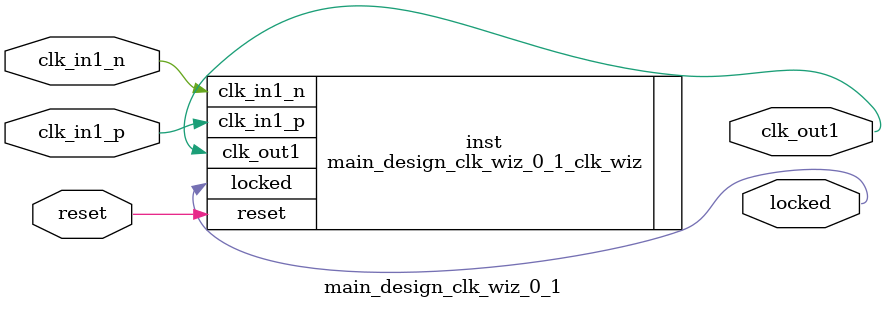
<source format=v>


`timescale 1ps/1ps

(* CORE_GENERATION_INFO = "main_design_clk_wiz_0_1,clk_wiz_v6_0_14_0_0,{component_name=main_design_clk_wiz_0_1,use_phase_alignment=true,use_min_o_jitter=false,use_max_i_jitter=false,use_dyn_phase_shift=false,use_inclk_switchover=false,use_dyn_reconfig=false,enable_axi=0,feedback_source=FDBK_AUTO,PRIMITIVE=MMCM,num_out_clk=1,clkin1_period=3.472,clkin2_period=10.0,use_power_down=false,use_reset=true,use_locked=true,use_inclk_stopped=false,feedback_type=SINGLE,CLOCK_MGR_TYPE=NA,manual_override=false}" *)

module main_design_clk_wiz_0_1 
 (
  // Clock out ports
  output        clk_out1,
  // Status and control signals
  input         reset,
  output        locked,
 // Clock in ports
  input         clk_in1_p,
  input         clk_in1_n
 );

  main_design_clk_wiz_0_1_clk_wiz inst
  (
  // Clock out ports  
  .clk_out1(clk_out1),
  // Status and control signals               
  .reset(reset), 
  .locked(locked),
 // Clock in ports
  .clk_in1_p(clk_in1_p),
  .clk_in1_n(clk_in1_n)
  );

endmodule

</source>
